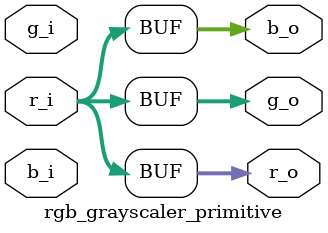
<source format=sv>
module rgb_grayscaler_primitive (
  input  logic [7:0]  r_i,
  input  logic [7:0]  g_i,
  input  logic [7:0]  b_i,

  output logic [7:0]  r_o,
  output logic [7:0]  g_o,
  output logic [7:0]  b_o
);

  assign r_o = r_i;
  assign g_o = r_i;
  assign b_o = r_i;

endmodule

</source>
